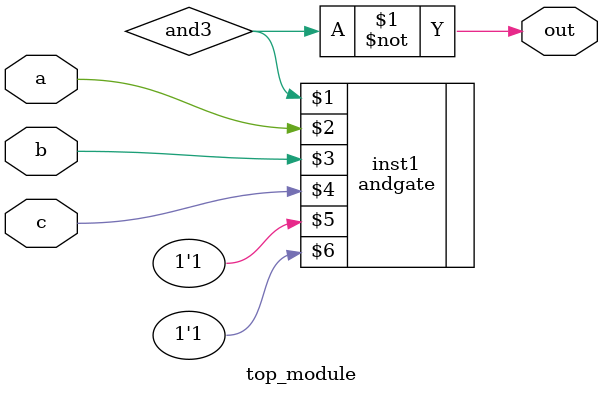
<source format=v>
module top_module (input a, input b, input c, output out);
	
    wire and3;
    assign out = ~and3;
    andgate inst1 ( and3, a, b, c, 1'b1, 1'b1 );

endmodule

</source>
